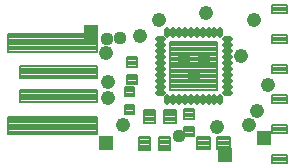
<source format=gts>
G75*
G70*
%OFA0B0*%
%FSLAX24Y24*%
%IPPOS*%
%LPD*%
%AMOC8*
5,1,8,0,0,1.08239X$1,22.5*
%
%ADD10C,0.0080*%
%ADD11C,0.0081*%
%ADD12C,0.0083*%
%ADD13C,0.0083*%
%ADD14C,0.0198*%
%ADD15C,0.0082*%
%ADD16C,0.0476*%
%ADD17R,0.0476X0.0476*%
%ADD18C,0.0437*%
D10*
X000546Y001244D02*
X003498Y001244D01*
X000546Y001244D02*
X000546Y001834D01*
X003498Y001834D01*
X003498Y001244D01*
X003498Y001323D02*
X000546Y001323D01*
X000546Y001402D02*
X003498Y001402D01*
X003498Y001481D02*
X000546Y001481D01*
X000546Y001560D02*
X003498Y001560D01*
X003498Y001639D02*
X000546Y001639D01*
X000546Y001718D02*
X003498Y001718D01*
X003498Y001797D02*
X000546Y001797D01*
X000546Y004000D02*
X003498Y004000D01*
X000546Y004000D02*
X000546Y004590D01*
X003498Y004590D01*
X003498Y004000D01*
X003498Y004079D02*
X000546Y004079D01*
X000546Y004158D02*
X003498Y004158D01*
X003498Y004237D02*
X000546Y004237D01*
X000546Y004316D02*
X003498Y004316D01*
X003498Y004395D02*
X000546Y004395D01*
X000546Y004474D02*
X003498Y004474D01*
X003498Y004553D02*
X000546Y004553D01*
D11*
X000940Y003114D02*
X003498Y003114D01*
X000940Y003114D02*
X000940Y003508D01*
X003498Y003508D01*
X003498Y003114D01*
X003498Y003194D02*
X000940Y003194D01*
X000940Y003274D02*
X003498Y003274D01*
X003498Y003354D02*
X000940Y003354D01*
X000940Y003434D02*
X003498Y003434D01*
X003498Y002327D02*
X000940Y002327D01*
X000940Y002721D01*
X003498Y002721D01*
X003498Y002327D01*
X003498Y002407D02*
X000940Y002407D01*
X000940Y002487D02*
X003498Y002487D01*
X003498Y002567D02*
X000940Y002567D01*
X000940Y002647D02*
X003498Y002647D01*
X005059Y002063D02*
X005453Y002063D01*
X005453Y001631D01*
X005059Y001631D01*
X005059Y002063D01*
X005059Y001711D02*
X005453Y001711D01*
X005453Y001791D02*
X005059Y001791D01*
X005059Y001871D02*
X005453Y001871D01*
X005453Y001951D02*
X005059Y001951D01*
X005059Y002031D02*
X005453Y002031D01*
X005728Y002063D02*
X006122Y002063D01*
X006122Y001631D01*
X005728Y001631D01*
X005728Y002063D01*
X005728Y001711D02*
X006122Y001711D01*
X006122Y001791D02*
X005728Y001791D01*
X005728Y001871D02*
X006122Y001871D01*
X006122Y001951D02*
X005728Y001951D01*
X005728Y002031D02*
X006122Y002031D01*
X006850Y000755D02*
X007282Y000755D01*
X006850Y000755D02*
X006850Y001149D01*
X007282Y001149D01*
X007282Y000755D01*
X007282Y000835D02*
X006850Y000835D01*
X006850Y000915D02*
X007282Y000915D01*
X007282Y000995D02*
X006850Y000995D01*
X006850Y001075D02*
X007282Y001075D01*
X007519Y000755D02*
X007951Y000755D01*
X007519Y000755D02*
X007519Y001149D01*
X007951Y001149D01*
X007951Y000755D01*
X007951Y000835D02*
X007519Y000835D01*
X007519Y000915D02*
X007951Y000915D01*
X007951Y000995D02*
X007519Y000995D01*
X007519Y001075D02*
X007951Y001075D01*
X005952Y000706D02*
X005558Y000706D01*
X005558Y001138D01*
X005952Y001138D01*
X005952Y000706D01*
X005952Y000786D02*
X005558Y000786D01*
X005558Y000866D02*
X005952Y000866D01*
X005952Y000946D02*
X005558Y000946D01*
X005558Y001026D02*
X005952Y001026D01*
X005952Y001106D02*
X005558Y001106D01*
X005283Y000706D02*
X004889Y000706D01*
X004889Y001138D01*
X005283Y001138D01*
X005283Y000706D01*
X005283Y000786D02*
X004889Y000786D01*
X004889Y000866D02*
X005283Y000866D01*
X005283Y000946D02*
X004889Y000946D01*
X004889Y001026D02*
X005283Y001026D01*
X005283Y001106D02*
X004889Y001106D01*
D12*
X004752Y001916D02*
X004440Y001916D01*
X004440Y002228D01*
X004752Y002228D01*
X004752Y001916D01*
X004752Y001998D02*
X004440Y001998D01*
X004440Y002080D02*
X004752Y002080D01*
X004752Y002162D02*
X004440Y002162D01*
X004440Y002507D02*
X004752Y002507D01*
X004440Y002507D02*
X004440Y002819D01*
X004752Y002819D01*
X004752Y002507D01*
X004752Y002589D02*
X004440Y002589D01*
X004440Y002671D02*
X004752Y002671D01*
X004752Y002753D02*
X004440Y002753D01*
X004520Y002906D02*
X004832Y002906D01*
X004520Y002906D02*
X004520Y003218D01*
X004832Y003218D01*
X004832Y002906D01*
X004832Y002988D02*
X004520Y002988D01*
X004520Y003070D02*
X004832Y003070D01*
X004832Y003152D02*
X004520Y003152D01*
X004520Y003497D02*
X004832Y003497D01*
X004520Y003497D02*
X004520Y003809D01*
X004832Y003809D01*
X004832Y003497D01*
X004832Y003579D02*
X004520Y003579D01*
X004520Y003661D02*
X004832Y003661D01*
X004832Y003743D02*
X004520Y003743D01*
X006410Y002079D02*
X006722Y002079D01*
X006722Y001767D01*
X006410Y001767D01*
X006410Y002079D01*
X006410Y001849D02*
X006722Y001849D01*
X006722Y001931D02*
X006410Y001931D01*
X006410Y002013D02*
X006722Y002013D01*
X006722Y001488D02*
X006410Y001488D01*
X006722Y001488D02*
X006722Y001176D01*
X006410Y001176D01*
X006410Y001488D01*
X006410Y001258D02*
X006722Y001258D01*
X006722Y001340D02*
X006410Y001340D01*
X006410Y001422D02*
X006722Y001422D01*
D13*
X005945Y004303D02*
X007517Y004303D01*
X007517Y002731D01*
X005945Y002731D01*
X005945Y004303D01*
X005945Y002813D02*
X007517Y002813D01*
X007517Y002895D02*
X005945Y002895D01*
X005945Y002977D02*
X007517Y002977D01*
X007517Y003059D02*
X005945Y003059D01*
X005945Y003141D02*
X007517Y003141D01*
X007517Y003223D02*
X005945Y003223D01*
X005945Y003305D02*
X007517Y003305D01*
X007517Y003387D02*
X005945Y003387D01*
X005945Y003469D02*
X007517Y003469D01*
X007517Y003551D02*
X005945Y003551D01*
X005945Y003633D02*
X007517Y003633D01*
X007517Y003715D02*
X005945Y003715D01*
X005945Y003797D02*
X007517Y003797D01*
X007517Y003879D02*
X005945Y003879D01*
X005945Y003961D02*
X007517Y003961D01*
X007517Y004043D02*
X005945Y004043D01*
X005945Y004125D02*
X007517Y004125D01*
X007517Y004207D02*
X005945Y004207D01*
X005945Y004289D02*
X007517Y004289D01*
D14*
X007774Y004206D02*
X007932Y004206D01*
X007932Y004010D02*
X007774Y004010D01*
X007774Y003813D02*
X007932Y003813D01*
X007932Y003616D02*
X007774Y003616D01*
X007774Y003419D02*
X007932Y003419D01*
X007932Y003222D02*
X007774Y003222D01*
X007774Y003025D02*
X007932Y003025D01*
X007932Y002828D02*
X007774Y002828D01*
X007774Y002632D02*
X007932Y002632D01*
X007617Y002474D02*
X007617Y002316D01*
X007420Y002316D02*
X007420Y002474D01*
X007223Y002474D02*
X007223Y002316D01*
X007026Y002316D02*
X007026Y002474D01*
X006829Y002474D02*
X006829Y002316D01*
X006632Y002316D02*
X006632Y002474D01*
X006436Y002474D02*
X006436Y002316D01*
X006239Y002316D02*
X006239Y002474D01*
X006042Y002474D02*
X006042Y002316D01*
X005845Y002316D02*
X005845Y002474D01*
X005688Y002632D02*
X005530Y002632D01*
X005530Y002828D02*
X005688Y002828D01*
X005688Y003025D02*
X005530Y003025D01*
X005530Y003222D02*
X005688Y003222D01*
X005688Y003419D02*
X005530Y003419D01*
X005530Y003616D02*
X005688Y003616D01*
X005688Y003813D02*
X005530Y003813D01*
X005530Y004010D02*
X005688Y004010D01*
X005688Y004206D02*
X005530Y004206D01*
X005530Y004403D02*
X005688Y004403D01*
X005845Y004560D02*
X005845Y004718D01*
X006042Y004718D02*
X006042Y004560D01*
X006239Y004560D02*
X006239Y004718D01*
X006436Y004718D02*
X006436Y004560D01*
X006632Y004560D02*
X006632Y004718D01*
X006829Y004718D02*
X006829Y004560D01*
X007026Y004560D02*
X007026Y004718D01*
X007223Y004718D02*
X007223Y004560D01*
X007420Y004560D02*
X007420Y004718D01*
X007617Y004718D02*
X007617Y004560D01*
X007774Y004403D02*
X007932Y004403D01*
D15*
X009352Y004293D02*
X009850Y004293D01*
X009352Y004293D02*
X009352Y004541D01*
X009850Y004541D01*
X009850Y004293D01*
X009850Y004374D02*
X009352Y004374D01*
X009352Y004455D02*
X009850Y004455D01*
X009850Y004536D02*
X009352Y004536D01*
X009352Y005293D02*
X009850Y005293D01*
X009352Y005293D02*
X009352Y005541D01*
X009850Y005541D01*
X009850Y005293D01*
X009850Y005374D02*
X009352Y005374D01*
X009352Y005455D02*
X009850Y005455D01*
X009850Y005536D02*
X009352Y005536D01*
X009352Y003293D02*
X009850Y003293D01*
X009352Y003293D02*
X009352Y003541D01*
X009850Y003541D01*
X009850Y003293D01*
X009850Y003374D02*
X009352Y003374D01*
X009352Y003455D02*
X009850Y003455D01*
X009850Y003536D02*
X009352Y003536D01*
X009352Y002293D02*
X009850Y002293D01*
X009352Y002293D02*
X009352Y002541D01*
X009850Y002541D01*
X009850Y002293D01*
X009850Y002374D02*
X009352Y002374D01*
X009352Y002455D02*
X009850Y002455D01*
X009850Y002536D02*
X009352Y002536D01*
X009352Y001293D02*
X009850Y001293D01*
X009352Y001293D02*
X009352Y001541D01*
X009850Y001541D01*
X009850Y001293D01*
X009850Y001374D02*
X009352Y001374D01*
X009352Y001455D02*
X009850Y001455D01*
X009850Y001536D02*
X009352Y001536D01*
X009352Y000293D02*
X009850Y000293D01*
X009352Y000293D02*
X009352Y000541D01*
X009850Y000541D01*
X009850Y000293D01*
X009850Y000374D02*
X009352Y000374D01*
X009352Y000455D02*
X009850Y000455D01*
X009850Y000536D02*
X009352Y000536D01*
D16*
X008576Y001567D03*
X008851Y002017D03*
X007511Y001497D03*
X009221Y002877D03*
X008301Y003847D03*
X007061Y003747D03*
X006421Y003747D03*
X006741Y003187D03*
X004951Y004517D03*
X005561Y005047D03*
X007136Y005287D03*
X008751Y005057D03*
X003821Y003942D03*
X003861Y002977D03*
X003861Y002467D03*
X004381Y001547D03*
D17*
X003821Y000947D03*
X007761Y000542D03*
X009061Y001107D03*
X003301Y004667D03*
D18*
X003841Y004427D03*
X004281Y004437D03*
X006231Y001187D03*
M02*

</source>
